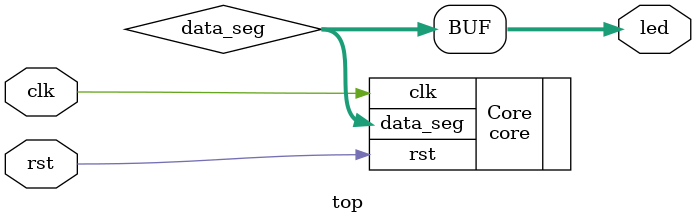
<source format=sv>
module top (
   clk,
   rst,
   led
   // anode
   // seg
);

   input wire clk, rst;
   output wire [15:0] led;

   wire [15:0] data_seg;
   assign led = data_seg;


   // RISC-V core
   // input: clk, rst
   // output: data_seg
   core Core (
      .clk(clk),
      .rst(rst),

      .data_seg(data_seg)
   );


endmodule

</source>
